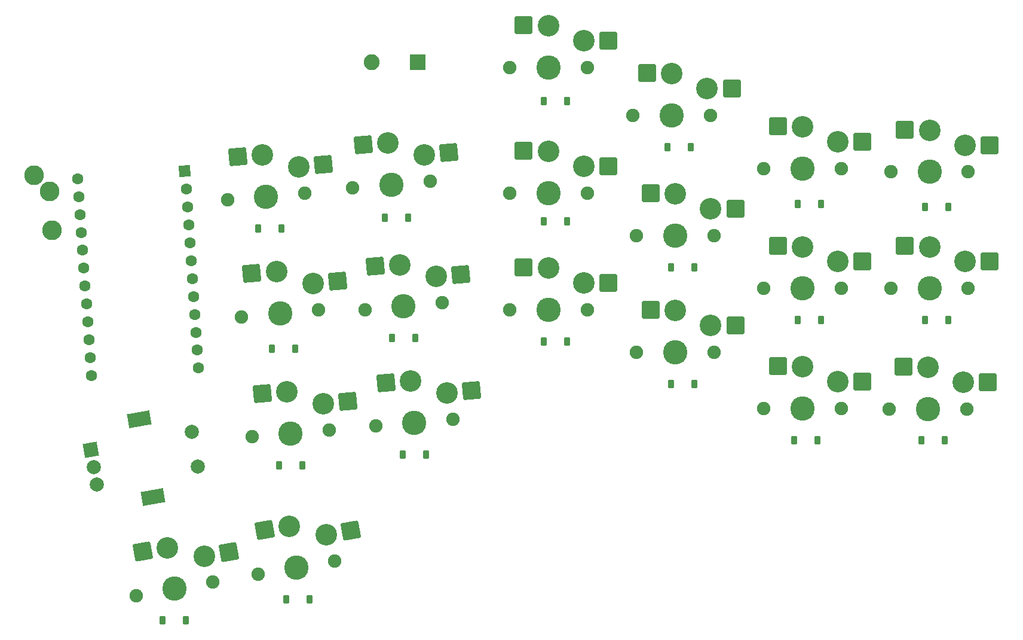
<source format=gbr>
%TF.GenerationSoftware,KiCad,Pcbnew,9.0.6-1.fc43*%
%TF.CreationDate,2026-01-15T13:14:44-05:00*%
%TF.ProjectId,Right,52696768-742e-46b6-9963-61645f706362,rev?*%
%TF.SameCoordinates,Original*%
%TF.FileFunction,Soldermask,Bot*%
%TF.FilePolarity,Negative*%
%FSLAX46Y46*%
G04 Gerber Fmt 4.6, Leading zero omitted, Abs format (unit mm)*
G04 Created by KiCad (PCBNEW 9.0.6-1.fc43) date 2026-01-15 13:14:44*
%MOMM*%
%LPD*%
G01*
G04 APERTURE LIST*
G04 Aperture macros list*
%AMRoundRect*
0 Rectangle with rounded corners*
0 $1 Rounding radius*
0 $2 $3 $4 $5 $6 $7 $8 $9 X,Y pos of 4 corners*
0 Add a 4 corners polygon primitive as box body*
4,1,4,$2,$3,$4,$5,$6,$7,$8,$9,$2,$3,0*
0 Add four circle primitives for the rounded corners*
1,1,$1+$1,$2,$3*
1,1,$1+$1,$4,$5*
1,1,$1+$1,$6,$7*
1,1,$1+$1,$8,$9*
0 Add four rect primitives between the rounded corners*
20,1,$1+$1,$2,$3,$4,$5,0*
20,1,$1+$1,$4,$5,$6,$7,0*
20,1,$1+$1,$6,$7,$8,$9,0*
20,1,$1+$1,$8,$9,$2,$3,0*%
%AMHorizOval*
0 Thick line with rounded ends*
0 $1 width*
0 $2 $3 position (X,Y) of the first rounded end (center of the circle)*
0 $4 $5 position (X,Y) of the second rounded end (center of the circle)*
0 Add line between two ends*
20,1,$1,$2,$3,$4,$5,0*
0 Add two circle primitives to create the rounded ends*
1,1,$1,$2,$3*
1,1,$1,$4,$5*%
%AMRotRect*
0 Rectangle, with rotation*
0 The origin of the aperture is its center*
0 $1 length*
0 $2 width*
0 $3 Rotation angle, in degrees counterclockwise*
0 Add horizontal line*
21,1,$1,$2,0,0,$3*%
G04 Aperture macros list end*
%ADD10C,1.900000*%
%ADD11C,3.050000*%
%ADD12C,3.450000*%
%ADD13RoundRect,0.250000X-0.933944X-1.085529X1.108255X-0.906860X0.933944X1.085529X-1.108255X0.906860X0*%
%ADD14RoundRect,0.250000X-0.835780X-1.162797X1.183076X-0.806818X0.835780X1.162797X-1.183076X0.806818X0*%
%ADD15RoundRect,0.250000X-1.025000X-1.000000X1.025000X-1.000000X1.025000X1.000000X-1.025000X1.000000X0*%
%ADD16C,2.800000*%
%ADD17RotRect,2.000000X2.000000X10.000000*%
%ADD18C,2.000000*%
%ADD19RotRect,3.200000X2.000000X10.000000*%
%ADD20RoundRect,0.225000X0.225000X0.375000X-0.225000X0.375000X-0.225000X-0.375000X0.225000X-0.375000X0*%
%ADD21RotRect,1.600000X1.600000X4.000000*%
%ADD22HorizOval,1.600000X0.000000X0.000000X0.000000X0.000000X0*%
%ADD23R,2.250000X2.250000*%
%ADD24C,2.250000*%
G04 APERTURE END LIST*
D10*
%TO.C,S12*%
X128350000Y-96500000D03*
D11*
X133314852Y-90143094D03*
D12*
X133829071Y-96020643D03*
D11*
X138478852Y-91799327D03*
D10*
X139308142Y-95541286D03*
D13*
X129819457Y-90348521D03*
X141965532Y-91494280D03*
%TD*%
D10*
%TO.C,S20*%
X113433556Y-135955067D03*
D11*
X117825476Y-129189634D03*
D12*
X118850000Y-135000000D03*
D11*
X123114175Y-130389489D03*
D10*
X124266444Y-134044933D03*
D14*
X114361288Y-129698922D03*
X126561000Y-129781721D03*
%TD*%
D10*
%TO.C,S17*%
X147370929Y-111979357D03*
D11*
X152335781Y-105622451D03*
D12*
X152850000Y-111500000D03*
D11*
X157499781Y-107278684D03*
D10*
X158329071Y-111020643D03*
D13*
X148840386Y-105827878D03*
X160986461Y-106973637D03*
%TD*%
D10*
%TO.C,S10*%
X166350000Y-79000000D03*
D11*
X171850000Y-73100000D03*
D12*
X171850000Y-79000000D03*
D11*
X176850000Y-75200000D03*
D10*
X177350000Y-79000000D03*
D15*
X168350000Y-73000000D03*
X180350000Y-75200000D03*
%TD*%
D10*
%TO.C,S5*%
X144114890Y-78266563D03*
D11*
X149079742Y-71909657D03*
D12*
X149593961Y-77787206D03*
D11*
X154243742Y-73565890D03*
D10*
X155073032Y-77307849D03*
D13*
X145584347Y-72115084D03*
X157730422Y-73260843D03*
%TD*%
D10*
%TO.C,S1*%
X220350000Y-76000000D03*
D11*
X225850000Y-70100000D03*
D12*
X225850000Y-76000000D03*
D11*
X230850000Y-72200000D03*
D10*
X231350000Y-76000000D03*
D15*
X222350000Y-70000000D03*
X234350000Y-72200000D03*
%TD*%
D10*
%TO.C,S11*%
X145850000Y-95500000D03*
D11*
X150814852Y-89143094D03*
D12*
X151329071Y-95020643D03*
D11*
X155978852Y-90799327D03*
D10*
X156808142Y-94541286D03*
D13*
X147319457Y-89348521D03*
X159465532Y-90494280D03*
%TD*%
D10*
%TO.C,S19*%
X130710920Y-132955067D03*
D11*
X135102839Y-126189634D03*
D12*
X136127363Y-132000000D03*
D11*
X140391538Y-127389489D03*
D10*
X141543806Y-131044933D03*
D14*
X131638651Y-126698922D03*
X143838363Y-126781721D03*
%TD*%
D10*
%TO.C,S8*%
X202350000Y-92500000D03*
D11*
X207850000Y-86600000D03*
D12*
X207850000Y-92500000D03*
D11*
X212850000Y-88700000D03*
D10*
X213350000Y-92500000D03*
D15*
X204350000Y-86500000D03*
X216350000Y-88700000D03*
%TD*%
D10*
%TO.C,S4*%
X166350000Y-61200000D03*
D11*
X171850000Y-55300000D03*
D12*
X171850000Y-61200000D03*
D11*
X176850000Y-57400000D03*
D10*
X177350000Y-61200000D03*
D15*
X168350000Y-55200000D03*
X180350000Y-57400000D03*
%TD*%
D10*
%TO.C,S6*%
X126370929Y-79979357D03*
D11*
X131335781Y-73622451D03*
D12*
X131850000Y-79500000D03*
D11*
X136499781Y-75278684D03*
D10*
X137329071Y-79020643D03*
D13*
X127840386Y-73827878D03*
X139986461Y-74973637D03*
%TD*%
D10*
%TO.C,S13*%
X220125000Y-109550000D03*
D11*
X225625000Y-103650000D03*
D12*
X225625000Y-109550000D03*
D11*
X230625000Y-105750000D03*
D10*
X231125000Y-109550000D03*
D15*
X222125000Y-103550000D03*
X234125000Y-105750000D03*
%TD*%
D10*
%TO.C,S15*%
X184350000Y-101500000D03*
D11*
X189850000Y-95600000D03*
D12*
X189850000Y-101500000D03*
D11*
X194850000Y-97700000D03*
D10*
X195350000Y-101500000D03*
D15*
X186350000Y-95500000D03*
X198350000Y-97700000D03*
%TD*%
D16*
%TO.C,J1*%
X101546203Y-84241244D03*
X99000000Y-76500000D03*
X101162543Y-78754641D03*
%TD*%
D10*
%TO.C,S3*%
X183850000Y-68000000D03*
D11*
X189350000Y-62100000D03*
D12*
X189350000Y-68000000D03*
D11*
X194350000Y-64200000D03*
D10*
X194850000Y-68000000D03*
D15*
X185850000Y-62000000D03*
X197850000Y-64200000D03*
%TD*%
D10*
%TO.C,S9*%
X184350000Y-85000000D03*
D11*
X189850000Y-79100000D03*
D12*
X189850000Y-85000000D03*
D11*
X194850000Y-81200000D03*
D10*
X195350000Y-85000000D03*
D15*
X186350000Y-79000000D03*
X198350000Y-81200000D03*
%TD*%
D10*
%TO.C,S7*%
X220350000Y-92500000D03*
D11*
X225850000Y-86600000D03*
D12*
X225850000Y-92500000D03*
D11*
X230850000Y-88700000D03*
D10*
X231350000Y-92500000D03*
D15*
X222350000Y-86500000D03*
X234350000Y-88700000D03*
%TD*%
D10*
%TO.C,S14*%
X202350000Y-109500000D03*
D11*
X207850000Y-103600000D03*
D12*
X207850000Y-109500000D03*
D11*
X212850000Y-105700000D03*
D10*
X213350000Y-109500000D03*
D15*
X204350000Y-103500000D03*
X216350000Y-105700000D03*
%TD*%
D10*
%TO.C,S2*%
X202350000Y-75500000D03*
D11*
X207850000Y-69600000D03*
D12*
X207850000Y-75500000D03*
D11*
X212850000Y-71700000D03*
D10*
X213350000Y-75500000D03*
D15*
X204350000Y-69500000D03*
X216350000Y-71700000D03*
%TD*%
D17*
%TO.C,SW1*%
X107021771Y-115340340D03*
D18*
X107890008Y-120264380D03*
X107455890Y-117802361D03*
D19*
X113869517Y-110985076D03*
X115814378Y-122014923D03*
D18*
X122169723Y-117746483D03*
X121301483Y-112822444D03*
%TD*%
D10*
%TO.C,S16*%
X166350000Y-95500000D03*
D11*
X171850000Y-89600000D03*
D12*
X171850000Y-95500000D03*
D11*
X176850000Y-91700000D03*
D10*
X177350000Y-95500000D03*
D15*
X168350000Y-89500000D03*
X180350000Y-91700000D03*
%TD*%
D10*
%TO.C,S18*%
X129850000Y-113500000D03*
D11*
X134814852Y-107143094D03*
D12*
X135329071Y-113020643D03*
D11*
X139978852Y-108799327D03*
D10*
X140808142Y-112541286D03*
D13*
X131319457Y-107348521D03*
X143465532Y-108494280D03*
%TD*%
D20*
%TO.C,D5*%
X152000000Y-82500000D03*
X148700000Y-82500000D03*
%TD*%
%TO.C,D10*%
X174500000Y-83000000D03*
X171200000Y-83000000D03*
%TD*%
%TO.C,D7*%
X228500000Y-97000000D03*
X225200000Y-97000000D03*
%TD*%
%TO.C,D16*%
X174500000Y-100000000D03*
X171200000Y-100000000D03*
%TD*%
%TO.C,D3*%
X192000000Y-72500000D03*
X188700000Y-72500000D03*
%TD*%
%TO.C,D6*%
X134000000Y-84000000D03*
X130700000Y-84000000D03*
%TD*%
%TO.C,D15*%
X192500000Y-106000000D03*
X189200000Y-106000000D03*
%TD*%
%TO.C,D11*%
X153000000Y-99500000D03*
X149700000Y-99500000D03*
%TD*%
%TO.C,D18*%
X137000000Y-117500000D03*
X133700000Y-117500000D03*
%TD*%
%TO.C,D8*%
X210500000Y-97000000D03*
X207200000Y-97000000D03*
%TD*%
%TO.C,D14*%
X210000000Y-114000000D03*
X206700000Y-114000000D03*
%TD*%
D21*
%TO.C,U1*%
X120350000Y-75898562D03*
D22*
X120527181Y-78432375D03*
X120704362Y-80966186D03*
X120881543Y-83500000D03*
X121058726Y-86033812D03*
X121235906Y-88567624D03*
X121413087Y-91101439D03*
X121590269Y-93635251D03*
X121767452Y-96169063D03*
X121944633Y-98702876D03*
X122121814Y-101236689D03*
X122298995Y-103770500D03*
X107096119Y-104833590D03*
X106918937Y-102299777D03*
X106741757Y-99765965D03*
X106564575Y-97232152D03*
X106387395Y-94698339D03*
X106210211Y-92164526D03*
X106033029Y-89630714D03*
X105855849Y-87096901D03*
X105678667Y-84563088D03*
X105501487Y-82029276D03*
X105324305Y-79495463D03*
X105147123Y-76961651D03*
%TD*%
D20*
%TO.C,D13*%
X228000000Y-114000000D03*
X224700000Y-114000000D03*
%TD*%
%TO.C,D20*%
X120500000Y-139500000D03*
X117200000Y-139500000D03*
%TD*%
D23*
%TO.C,SW2*%
X153350000Y-60500000D03*
D24*
X146850000Y-60500000D03*
%TD*%
D20*
%TO.C,D2*%
X210500000Y-80500000D03*
X207200000Y-80500000D03*
%TD*%
%TO.C,D4*%
X174500000Y-66000000D03*
X171200000Y-66000000D03*
%TD*%
%TO.C,D17*%
X154500000Y-116000000D03*
X151200000Y-116000000D03*
%TD*%
%TO.C,D9*%
X192500000Y-89500000D03*
X189200000Y-89500000D03*
%TD*%
%TO.C,D1*%
X228500000Y-81000000D03*
X225200000Y-81000000D03*
%TD*%
%TO.C,D12*%
X136000000Y-101000000D03*
X132700000Y-101000000D03*
%TD*%
%TO.C,D19*%
X138000000Y-136500000D03*
X134700000Y-136500000D03*
%TD*%
M02*

</source>
